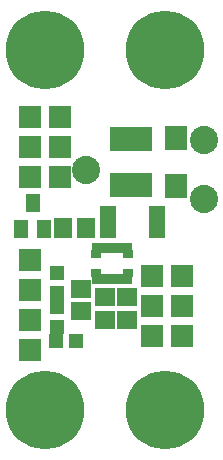
<source format=gbr>
G75*
G70*
%OFA0B0*%
%FSLAX24Y24*%
%IPPOS*%
%LPD*%
%AMOC8*
5,1,8,0,0,1.08239X$1,22.5*
%
%ADD10R,0.1379X0.0332*%
%ADD11R,0.0332X0.0281*%
%ADD12R,0.0592X0.0671*%
%ADD13R,0.0671X0.0592*%
%ADD14R,0.0474X0.0513*%
%ADD15R,0.0513X0.0474*%
%ADD16R,0.0730X0.0730*%
%ADD17R,0.0580X0.1080*%
%ADD18R,0.0474X0.0631*%
%ADD19R,0.1419X0.0828*%
%ADD20R,0.0749X0.0789*%
%ADD21C,0.2620*%
%ADD22C,0.0940*%
D10*
X004300Y010364D03*
X004300Y011412D03*
D11*
X003776Y011189D03*
X003776Y010587D03*
X004824Y010587D03*
X004824Y011189D03*
D12*
X003424Y012063D03*
X002676Y012063D03*
D13*
X003250Y010037D03*
X003250Y009289D03*
X004050Y009014D03*
X004050Y009762D03*
X004800Y009762D03*
X004800Y009014D03*
D14*
X003110Y008288D03*
X002440Y008288D03*
D15*
X002475Y008778D03*
X002475Y009448D03*
X002475Y009903D03*
X002475Y010573D03*
D16*
X001575Y011013D03*
X001575Y010013D03*
X001575Y009013D03*
X001575Y008013D03*
X001550Y013763D03*
X001550Y014763D03*
X001550Y015763D03*
X002550Y015763D03*
X002550Y014763D03*
X002550Y013763D03*
X005625Y010463D03*
X005625Y009463D03*
X005625Y008463D03*
X006625Y008463D03*
X006625Y009463D03*
X006625Y010463D03*
D17*
X005800Y012263D03*
X004175Y012263D03*
D18*
X002024Y012030D03*
X001650Y012896D03*
X001276Y012030D03*
D19*
X004925Y013495D03*
X004925Y015031D03*
D20*
X006425Y015070D03*
X006425Y013456D03*
D21*
X002050Y006013D03*
X006050Y006013D03*
X006050Y018013D03*
X002050Y018013D03*
D22*
X003431Y014013D03*
X007369Y014997D03*
X007369Y013029D03*
M02*

</source>
